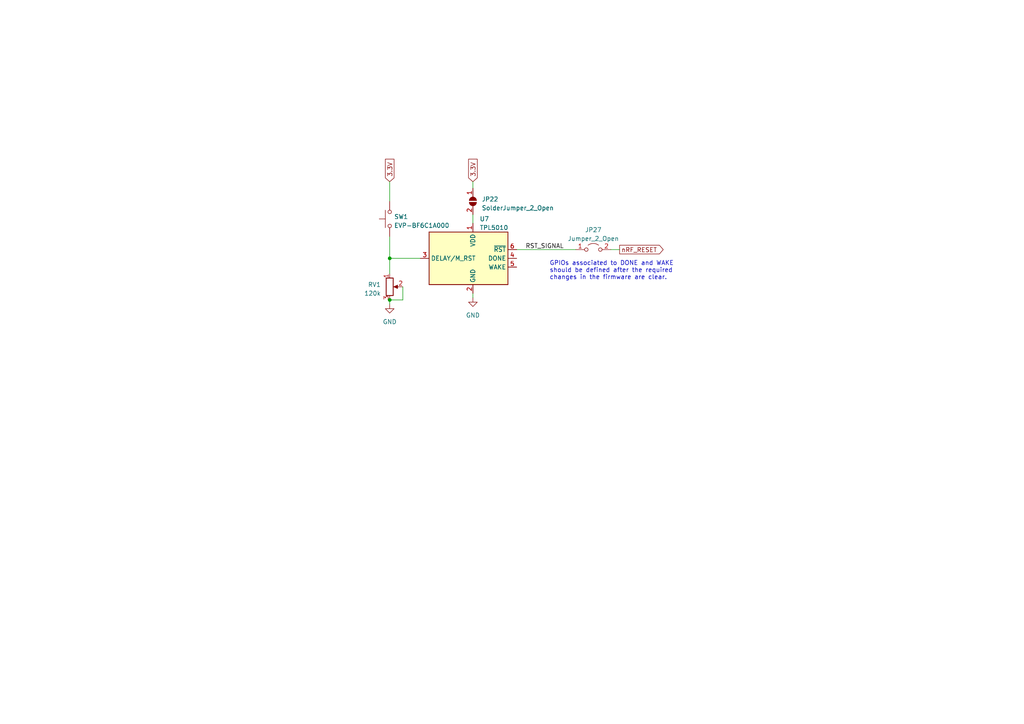
<source format=kicad_sch>
(kicad_sch (version 20230121) (generator eeschema)
  (paper "A4")
  (lib_symbols
    (symbol "Device:R_Potentiometer" (pin_names (offset 1.016) hide)
      (property "Reference" "RV" (at -4.445 0 90))
      (property "Value" "R_Potentiometer" (at -2.54 0 90))
      (symbol "R_Potentiometer_0_1"
        (polyline (pts (xy 2.54 0) (xy 1.524 0)))
        (polyline (pts (xy 1.143 0) (xy 2.286 0.508) (xy 2.286 -0.508) (xy 1.143 0)) (fill (type outline)))
        (rectangle (start 1.016 2.54) (end -1.016 -2.54) (stroke (width 0.254)))
      )
      (symbol "R_Potentiometer_1_1"
        (pin passive line (at 0 3.81 270) (length 1.27) (name "1") (number "1"))
        (pin passive line (at 3.81 0 180) (length 1.27) (name "2") (number "2"))
        (pin passive line (at 0 -3.81 90) (length 1.27) (name "3") (number "3"))
      )
    )
    (symbol "Jumper:Jumper_2_Open" (pin_names (offset 0) hide)
      (property "Reference" "JP" (at 0 2.794 0))
      (property "Value" "Jumper_2_Open" (at 0 -2.286 0))
      (symbol "Jumper_2_Open_0_0"
        (circle (center -2.032 0) (radius 0.508))
        (circle (center 2.032 0) (radius 0.508))
      )
      (symbol "Jumper_2_Open_0_1"
        (arc (start 1.524 1.27) (mid 0 1.778) (end -1.524 1.27))
      )
      (symbol "Jumper_2_Open_1_1"
        (pin passive line (at -5.08 0 0) (length 2.54) (name "A") (number "1"))
        (pin passive line (at 5.08 0 180) (length 2.54) (name "B") (number "2"))
      )
    )
    (symbol "Jumper:SolderJumper_2_Open" (pin_names (offset 0) hide)
      (property "Reference" "JP" (at 0 2.032 0))
      (property "Value" "SolderJumper_2_Open" (at 0 -2.54 0))
      (symbol "SolderJumper_2_Open_0_1"
        (arc (start -0.254 1.016) (mid -1.2656 0) (end -0.254 -1.016))
        (arc (start -0.254 1.016) (mid -1.2656 0) (end -0.254 -1.016) (fill (type outline)))
        (polyline (pts (xy -0.254 1.016) (xy -0.254 -1.016)))
        (polyline (pts (xy 0.254 1.016) (xy 0.254 -1.016)))
        (arc (start 0.254 -1.016) (mid 1.2656 0) (end 0.254 1.016))
        (arc (start 0.254 -1.016) (mid 1.2656 0) (end 0.254 1.016) (fill (type outline)))
      )
      (symbol "SolderJumper_2_Open_1_1"
        (pin passive line (at -3.81 0 0) (length 2.54) (name "A") (number "1"))
        (pin passive line (at 3.81 0 180) (length 2.54) (name "B") (number "2"))
      )
    )
    (symbol "Switch:SW_Push" (pin_numbers hide) (pin_names (offset 1.016) hide)
      (property "Reference" "SW" (at 1.27 2.54 0))
      (property "Value" "SW_Push" (at 0 -1.524 0))
      (symbol "SW_Push_0_1"
        (circle (center -2.032 0) (radius 0.508))
        (polyline (pts (xy 0 1.27) (xy 0 3.048)))
        (polyline (pts (xy 2.54 1.27) (xy -2.54 1.27)))
        (circle (center 2.032 0) (radius 0.508))
        (pin passive line (at -5.08 0 0) (length 2.54) (name "1") (number "1"))
        (pin passive line (at 5.08 0 180) (length 2.54) (name "2") (number "2"))
      )
    )
    (symbol "Timer:TPL5010"
      (property "Reference" "U" (at -8.89 8.89 0))
      (property "Value" "TPL5010" (at 6.35 8.89 0))
      (symbol "TPL5010_0_1"
        (rectangle (start -12.7 7.62) (end 10.16 -7.62) (stroke (width 0.254)) (fill (type background)))
      )
      (symbol "TPL5010_1_1"
        (pin power_in line (at 0 10.16 270) (length 2.54) (name "VDD") (number "1"))
        (pin power_in line (at 0 -10.16 90) (length 2.54) (name "GND") (number "2"))
        (pin input line (at -15.24 0 0) (length 2.54) (name "DELAY/M_RST") (number "3"))
        (pin input line (at 12.7 0 180) (length 2.54) (name "DONE") (number "4"))
        (pin output line (at 12.7 -2.54 180) (length 2.54) (name "WAKE") (number "5"))
        (pin open_collector line (at 12.7 2.54 180) (length 2.54) (name "~{RST}") (number "6"))
      )
    )
    (symbol "power:GND" (power) (pin_names (offset 0))
      (property "Value" "GND" (at 0 -3.81 0))
      (symbol "GND_0_1"
        (polyline (pts (xy 0 0) (xy 0 -1.27) (xy 1.27 -1.27) (xy 0 -2.54) (xy -1.27 -1.27) (xy 0 -1.27)))
      )
      (symbol "GND_1_1"
        (pin power_in line (at 0 0 270) (length 0) hide (name "GND") (number "1"))
      )
    )
  )
  (junction (at 113.03 86.995))
  (junction (at 113.03 74.93))
  (wire (pts (xy 113.03 74.93) (xy 121.92 74.93)))
  (wire (pts (xy 113.03 86.995) (xy 113.03 88.265)))
  (wire (pts (xy 137.16 62.23) (xy 137.16 64.77)))
  (wire (pts (xy 177.165 72.39) (xy 179.705 72.39)))
  (wire (pts (xy 113.03 52.705) (xy 113.03 58.42)))
  (wire (pts (xy 113.03 68.58) (xy 113.03 74.93)))
  (wire (pts (xy 113.03 79.375) (xy 113.03 74.93)))
  (wire (pts (xy 149.86 72.39) (xy 167.005 72.39)))
  (wire (pts (xy 116.84 83.185) (xy 116.84 86.995)))
  (wire (pts (xy 116.84 86.995) (xy 113.03 86.995)))
  (wire (pts (xy 137.16 52.705) (xy 137.16 54.61)))
  (wire (pts (xy 137.16 85.09) (xy 137.16 86.36)))
  (text "GPIOs associated to DONE and WAKE\nshould be defined after the required\nchanges in the firmware are clear." (at 159.385 81.28 0) (effects (font (size 1.27 1.27)) (justify left bottom)))
  (label "RST_SIGNAL" (at 152.4 72.39 0))
  (global_label "3.3V" (shape input) (at 137.16 52.705 90) (property "Intersheetrefs" "${INTERSHEET_REFS}" (effects hide)))
  (global_label "nRF_RESET" (shape output) (at 179.705 72.39 0) (property "Intersheetrefs" "${INTERSHEET_REFS}" (effects hide)))
  (global_label "3.3V" (shape input) (at 113.03 52.705 90) (property "Intersheetrefs" "${INTERSHEET_REFS}" (effects hide)))
  (symbol (lib_id "Jumper:SolderJumper_2_Open") (at 137.16 58.42 270) (unit 1)
    (property "Reference" "JP22" (at 139.7 57.785 90) (effects (justify left)))
    (property "Value" "SolderJumper_2_Open" (at 139.7 60.325 90) (effects (justify left)))
    (property "Footprint" "Jumper:SolderJumper-2_P1.3mm_Open_RoundedPad1.0x1.5mm" (effects hide))
  )
  (symbol (lib_id "Switch:SW_Push") (at 113.03 63.5 90) (unit 1)
    (property "Reference" "SW1" (at 114.3 62.865 90) (effects (justify right)))
    (property "Value" "EVP-BF6C1A000" (at 114.3 65.405 90) (effects (justify right)))
    (property "Footprint" "Button_Switch_SMD:SW_SPST_EVPBF" (effects hide))
    (property "Datasheet" "https://mm.digikey.com/Volume0/opasdata/d220001/medias/docus/308/EVP-BF_Series_DS.pdf" (effects hide))
  )
  (symbol (lib_id "power:GND") (at 113.03 88.265 0) (unit 1)
    (property "Reference" "#PWR035" (effects hide))
    (property "Value" "GND" (at 113.03 93.345 0))
  )
  (symbol (lib_id "Jumper:Jumper_2_Open") (at 172.085 72.39 0) (unit 1)
    (property "Reference" "JP27" (at 172.085 66.675 0))
    (property "Value" "Jumper_2_Open" (at 172.085 69.215 0))
    (property "Footprint" "Jumper:SolderJumper-2_P1.3mm_Open_RoundedPad1.0x1.5mm" (effects hide))
  )
  (symbol (lib_id "Device:R_Potentiometer") (at 113.03 83.185 0) (unit 1)
    (property "Reference" "RV1" (at 110.49 82.55 0) (effects (justify right)))
    (property "Value" "120k" (at 110.49 85.09 0) (effects (justify right)))
    (property "Footprint" "Potentiometer_THT:Potentiometer_Bourns_3296W_Vertical" (effects hide))
  )
  (symbol (lib_id "Timer:TPL5010") (at 137.16 74.93 0) (unit 1)
    (property "Reference" "U7" (at 139.1159 63.5 0) (effects (justify left)))
    (property "Value" "TPL5010" (at 139.1159 66.04 0) (effects (justify left)))
    (property "Footprint" "Package_TO_SOT_SMD:SOT-23-6" (effects hide))
    (property "Datasheet" "http://www.ti.com/lit/ds/symlink/tpl5010.pdf" (effects hide))
  )
  (symbol (lib_id "power:GND") (at 137.16 86.36 0) (unit 1)
    (property "Reference" "#PWR036" (effects hide))
    (property "Value" "GND" (at 137.16 91.44 0))
  )
)
</source>
